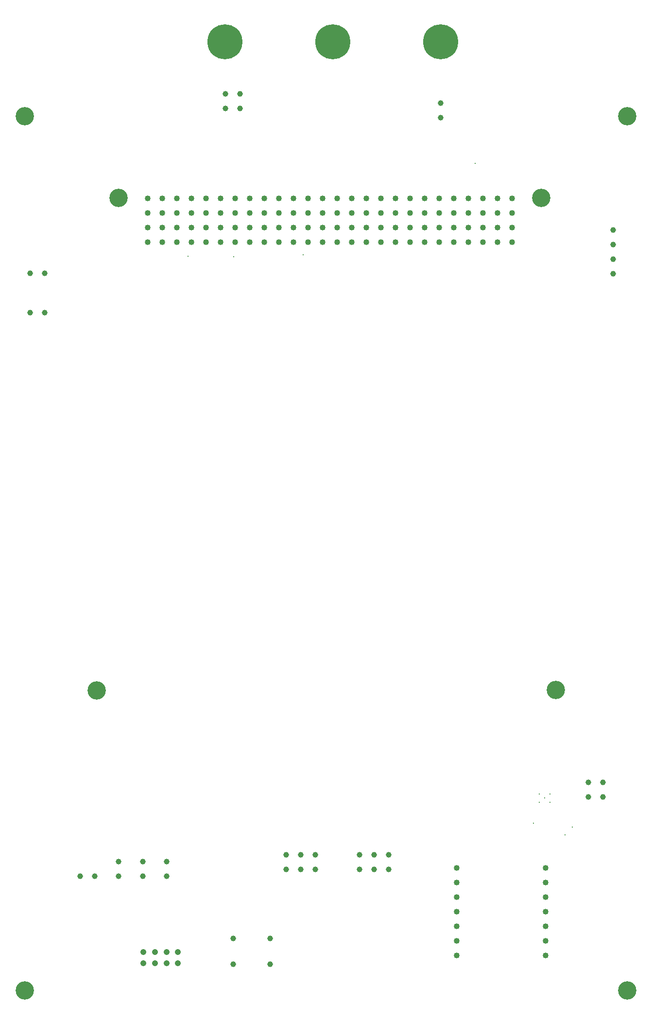
<source format=gbr>
%TF.GenerationSoftware,KiCad,Pcbnew,8.0.6*%
%TF.CreationDate,2024-11-11T12:53:10+02:00*%
%TF.ProjectId,Universal_Adaptor,556e6976-6572-4736-916c-5f4164617074,rev?*%
%TF.SameCoordinates,Original*%
%TF.FileFunction,Plated,1,2,PTH,Drill*%
%TF.FilePolarity,Positive*%
%FSLAX46Y46*%
G04 Gerber Fmt 4.6, Leading zero omitted, Abs format (unit mm)*
G04 Created by KiCad (PCBNEW 8.0.6) date 2024-11-11 12:53:10*
%MOMM*%
%LPD*%
G01*
G04 APERTURE LIST*
%TA.AperFunction,ViaDrill*%
%ADD10C,0.300000*%
%TD*%
%TA.AperFunction,ComponentDrill*%
%ADD11C,1.000000*%
%TD*%
%TA.AperFunction,ComponentDrill*%
%ADD12C,1.020000*%
%TD*%
%TA.AperFunction,ComponentDrill*%
%ADD13C,1.050000*%
%TD*%
%TA.AperFunction,ComponentDrill*%
%ADD14C,3.200000*%
%TD*%
%TA.AperFunction,ComponentDrill*%
%ADD15C,6.100000*%
%TD*%
G04 APERTURE END LIST*
D10*
X92000000Y-60525000D03*
X100000000Y-60575000D03*
X112125000Y-60225000D03*
X142100000Y-44350000D03*
X152250000Y-159225000D03*
X153225000Y-154125000D03*
X153225000Y-155550000D03*
X154145000Y-154838000D03*
X155125000Y-154125000D03*
X155125000Y-155550000D03*
X157700000Y-161250000D03*
X159000000Y-159900000D03*
D11*
%TO.C,J21*%
X64560000Y-63500000D03*
%TO.C,J20*%
X64560000Y-70300000D03*
%TO.C,J21*%
X67100000Y-63500000D03*
%TO.C,J20*%
X67100000Y-70300000D03*
%TO.C,J26*%
X73260000Y-168450000D03*
X75800000Y-168450000D03*
%TO.C,J17*%
X79956250Y-165900000D03*
X79956250Y-168440000D03*
%TO.C,J16*%
X84137500Y-165900000D03*
X84137500Y-168440000D03*
%TO.C,J14*%
X88318750Y-165900000D03*
X88318750Y-168440000D03*
%TO.C,J12*%
X98575000Y-32210000D03*
X98575000Y-34750000D03*
%TO.C,S1*%
X99875000Y-179300000D03*
X99875000Y-183800000D03*
%TO.C,J12*%
X101115000Y-32210000D03*
X101115000Y-34750000D03*
%TO.C,S1*%
X106375000Y-179300000D03*
X106375000Y-183800000D03*
%TO.C,J13*%
X109120000Y-164700000D03*
X109120000Y-167240000D03*
X111660000Y-164700000D03*
X111660000Y-167240000D03*
X114200000Y-164700000D03*
X114200000Y-167240000D03*
%TO.C,J11*%
X121920000Y-164700000D03*
X121920000Y-167240000D03*
X124460000Y-164700000D03*
X124460000Y-167240000D03*
X127000000Y-164700000D03*
X127000000Y-167240000D03*
%TO.C,J7*%
X136100000Y-33825000D03*
X136100000Y-36365000D03*
%TO.C,J6*%
X161760000Y-152110000D03*
X161760000Y-154650000D03*
X164300000Y-152110000D03*
X164300000Y-154650000D03*
%TO.C,J10*%
X166125000Y-55930000D03*
X166125000Y-58470000D03*
X166125000Y-61010000D03*
X166125000Y-63550000D03*
D12*
%TO.C,J1*%
X84998000Y-50401000D03*
X84998000Y-52941000D03*
%TO.C,J22*%
X84998000Y-55481000D03*
X84998000Y-58021000D03*
%TO.C,J1*%
X87538000Y-50401000D03*
X87538000Y-52941000D03*
%TO.C,J22*%
X87538000Y-55481000D03*
X87538000Y-58021000D03*
%TO.C,J1*%
X90078000Y-50401000D03*
X90078000Y-52941000D03*
%TO.C,J22*%
X90078000Y-55481000D03*
X90078000Y-58021000D03*
%TO.C,J1*%
X92618000Y-50401000D03*
X92618000Y-52941000D03*
%TO.C,J22*%
X92618000Y-55481000D03*
X92618000Y-58021000D03*
%TO.C,J1*%
X95158000Y-50401000D03*
X95158000Y-52941000D03*
%TO.C,J22*%
X95158000Y-55481000D03*
X95158000Y-58021000D03*
%TO.C,J1*%
X97698000Y-50401000D03*
X97698000Y-52941000D03*
%TO.C,J22*%
X97698000Y-55481000D03*
X97698000Y-58021000D03*
%TO.C,J1*%
X100238000Y-50401000D03*
X100238000Y-52941000D03*
%TO.C,J22*%
X100238000Y-55481000D03*
X100238000Y-58021000D03*
%TO.C,J1*%
X102778000Y-50401000D03*
X102778000Y-52941000D03*
%TO.C,J22*%
X102778000Y-55481000D03*
X102778000Y-58021000D03*
%TO.C,J1*%
X105318000Y-50401000D03*
X105318000Y-52941000D03*
%TO.C,J22*%
X105318000Y-55481000D03*
X105318000Y-58021000D03*
%TO.C,J1*%
X107858000Y-50401000D03*
X107858000Y-52941000D03*
%TO.C,J22*%
X107858000Y-55481000D03*
X107858000Y-58021000D03*
%TO.C,J1*%
X110398000Y-50401000D03*
X110398000Y-52941000D03*
%TO.C,J22*%
X110398000Y-55481000D03*
X110398000Y-58021000D03*
%TO.C,J1*%
X112938000Y-50401000D03*
X112938000Y-52941000D03*
%TO.C,J22*%
X112938000Y-55481000D03*
X112938000Y-58021000D03*
%TO.C,J1*%
X115478000Y-50401000D03*
X115478000Y-52941000D03*
%TO.C,J22*%
X115478000Y-55481000D03*
X115478000Y-58021000D03*
%TO.C,J1*%
X118018000Y-50401000D03*
X118018000Y-52941000D03*
%TO.C,J22*%
X118018000Y-55481000D03*
X118018000Y-58021000D03*
%TO.C,J1*%
X120558000Y-50401000D03*
X120558000Y-52941000D03*
%TO.C,J22*%
X120558000Y-55481000D03*
X120558000Y-58021000D03*
%TO.C,J1*%
X123098000Y-50401000D03*
X123098000Y-52941000D03*
%TO.C,J22*%
X123098000Y-55481000D03*
X123098000Y-58021000D03*
%TO.C,J1*%
X125638000Y-50401000D03*
X125638000Y-52941000D03*
%TO.C,J22*%
X125638000Y-55481000D03*
X125638000Y-58021000D03*
%TO.C,J1*%
X128178000Y-50401000D03*
X128178000Y-52941000D03*
%TO.C,J22*%
X128178000Y-55481000D03*
X128178000Y-58021000D03*
%TO.C,J1*%
X130718000Y-50401000D03*
X130718000Y-52941000D03*
%TO.C,J22*%
X130718000Y-55481000D03*
X130718000Y-58021000D03*
%TO.C,J1*%
X133258000Y-50401000D03*
X133258000Y-52941000D03*
%TO.C,J22*%
X133258000Y-55481000D03*
X133258000Y-58021000D03*
%TO.C,J1*%
X135798000Y-50401000D03*
X135798000Y-52941000D03*
%TO.C,J22*%
X135798000Y-55481000D03*
X135798000Y-58021000D03*
%TO.C,J1*%
X138338000Y-50401000D03*
X138338000Y-52941000D03*
%TO.C,J22*%
X138338000Y-55481000D03*
X138338000Y-58021000D03*
%TO.C,J2*%
X138825000Y-167000000D03*
X138825000Y-169540000D03*
X138825000Y-172080000D03*
X138825000Y-174620000D03*
X138825000Y-177160000D03*
X138825000Y-179700000D03*
X138825000Y-182240000D03*
%TO.C,J1*%
X140878000Y-50401000D03*
X140878000Y-52941000D03*
%TO.C,J22*%
X140878000Y-55481000D03*
X140878000Y-58021000D03*
%TO.C,J1*%
X143418000Y-50401000D03*
X143418000Y-52941000D03*
%TO.C,J22*%
X143418000Y-55481000D03*
X143418000Y-58021000D03*
%TO.C,J1*%
X145958000Y-50401000D03*
X145958000Y-52941000D03*
%TO.C,J22*%
X145958000Y-55481000D03*
X145958000Y-58021000D03*
%TO.C,J1*%
X148498000Y-50401000D03*
X148498000Y-52941000D03*
%TO.C,J22*%
X148498000Y-55481000D03*
X148498000Y-58021000D03*
%TO.C,J9*%
X154325000Y-167000000D03*
X154325000Y-169540000D03*
X154325000Y-172080000D03*
X154325000Y-174620000D03*
X154325000Y-177160000D03*
X154325000Y-179700000D03*
X154325000Y-182240000D03*
D13*
%TO.C,J8*%
X84275000Y-181650000D03*
X84275000Y-183650000D03*
X86275000Y-181650000D03*
X86275000Y-183650000D03*
X88275000Y-181650000D03*
X88275000Y-183650000D03*
X90275000Y-181650000D03*
X90275000Y-183650000D03*
D14*
%TO.C,H1*%
X63575000Y-36125000D03*
%TO.C,H2*%
X63575000Y-188350000D03*
%TO.C,H7*%
X76137000Y-136109000D03*
%TO.C,H5*%
X79960000Y-50385000D03*
%TO.C,H6*%
X153600000Y-50385000D03*
%TO.C,H8*%
X156107000Y-136069000D03*
%TO.C,H3*%
X168600000Y-36125000D03*
%TO.C,H4*%
X168600000Y-188350000D03*
D15*
%TO.C,J3*%
X98475000Y-23200000D03*
%TO.C,J4*%
X117275000Y-23200000D03*
%TO.C,J5*%
X136075000Y-23200000D03*
M02*

</source>
